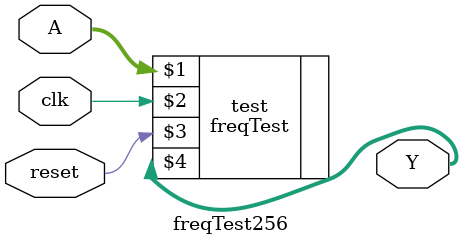
<source format=sv>
module freqTest256(input logic[255:0] A,
input logic clk, reset,
output  logic [255:0] Y);

freqTest #(256) test (A, clk, reset, Y);

endmodule

</source>
